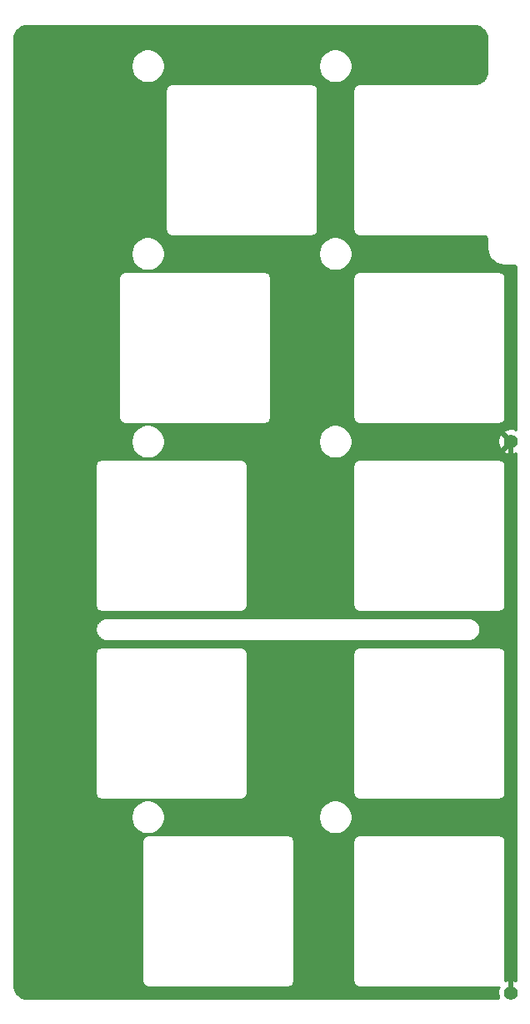
<source format=gbl>
G04 #@! TF.GenerationSoftware,KiCad,Pcbnew,(5.1.9)-1*
G04 #@! TF.CreationDate,2021-04-18T14:10:29+09:00*
G04 #@! TF.ProjectId,_____________,e6e135fa-7f28-4c8c-93d7-d7ecfcc82e6b,rev?*
G04 #@! TF.SameCoordinates,Original*
G04 #@! TF.FileFunction,Copper,L2,Bot*
G04 #@! TF.FilePolarity,Positive*
%FSLAX46Y46*%
G04 Gerber Fmt 4.6, Leading zero omitted, Abs format (unit mm)*
G04 Created by KiCad (PCBNEW (5.1.9)-1) date 2021-04-18 14:10:29*
%MOMM*%
%LPD*%
G01*
G04 APERTURE LIST*
G04 #@! TA.AperFunction,ComponentPad*
%ADD10C,1.400000*%
G04 #@! TD*
G04 #@! TA.AperFunction,Conductor*
%ADD11C,0.500000*%
G04 #@! TD*
G04 #@! TA.AperFunction,Conductor*
%ADD12C,0.254000*%
G04 #@! TD*
G04 #@! TA.AperFunction,Conductor*
%ADD13C,0.100000*%
G04 #@! TD*
G04 APERTURE END LIST*
D10*
X-1225000Y1225000D03*
X-1225000Y57150000D03*
D11*
X-1225000Y1225000D02*
X-1225000Y57150000D01*
D12*
X-4695218Y99286733D02*
X-4450145Y99212741D01*
X-4224110Y99092557D01*
X-4025719Y98930752D01*
X-3862540Y98733503D01*
X-3740780Y98508313D01*
X-3665076Y98263753D01*
X-3635000Y97977602D01*
X-3634999Y94808515D01*
X-3663267Y94520218D01*
X-3737259Y94275145D01*
X-3857446Y94049107D01*
X-4019246Y93850721D01*
X-4216497Y93687540D01*
X-4441690Y93565779D01*
X-4686247Y93490076D01*
X-4972398Y93460000D01*
X-16541353Y93460000D01*
X-16575000Y93463314D01*
X-16608647Y93460000D01*
X-16709283Y93450088D01*
X-16838406Y93410919D01*
X-16957407Y93347312D01*
X-17061711Y93261711D01*
X-17147312Y93157407D01*
X-17210919Y93038406D01*
X-17250088Y92909283D01*
X-17263314Y92775000D01*
X-17260000Y92741353D01*
X-17259999Y78708657D01*
X-17263314Y78675000D01*
X-17250088Y78540717D01*
X-17210919Y78411594D01*
X-17147312Y78292593D01*
X-17061711Y78188289D01*
X-16957407Y78102688D01*
X-16838406Y78039081D01*
X-16709283Y77999912D01*
X-16608647Y77990000D01*
X-16575000Y77986686D01*
X-16541353Y77990000D01*
X-3983505Y77990000D01*
X-3889453Y77980778D01*
X-3831214Y77963195D01*
X-3777499Y77934634D01*
X-3730354Y77896184D01*
X-3691576Y77849309D01*
X-3662642Y77795796D01*
X-3644651Y77737677D01*
X-3635000Y77645854D01*
X-3634999Y76691353D01*
X-3632113Y76662055D01*
X-3632156Y76655934D01*
X-3631223Y76646415D01*
X-3610822Y76452318D01*
X-3598339Y76391504D01*
X-3586705Y76330519D01*
X-3583941Y76321363D01*
X-3526229Y76134925D01*
X-3502182Y76077721D01*
X-3478913Y76020127D01*
X-3474423Y76011683D01*
X-3381598Y75840006D01*
X-3346878Y75788532D01*
X-3312883Y75736582D01*
X-3306839Y75729171D01*
X-3182435Y75578793D01*
X-3138362Y75535027D01*
X-3094943Y75490689D01*
X-3087574Y75484592D01*
X-2936332Y75361242D01*
X-2884603Y75326874D01*
X-2833392Y75291809D01*
X-2824984Y75287263D01*
X-2824980Y75287260D01*
X-2824976Y75287258D01*
X-2652657Y75195634D01*
X-2595261Y75171978D01*
X-2538193Y75147518D01*
X-2529056Y75144690D01*
X-2342220Y75088281D01*
X-2281310Y75076220D01*
X-2220591Y75063314D01*
X-2211079Y75062314D01*
X-2016845Y75043269D01*
X-2016837Y75043269D01*
X-1983647Y75040000D01*
X-1033505Y75040000D01*
X-939453Y75030778D01*
X-881214Y75013195D01*
X-827499Y74984634D01*
X-780354Y74946184D01*
X-741576Y74899309D01*
X-712642Y74845796D01*
X-694651Y74787677D01*
X-684999Y74695846D01*
X-684999Y58371173D01*
X-781242Y58415934D01*
X-1036740Y58478183D01*
X-1299473Y58489390D01*
X-1559344Y58449125D01*
X-1806366Y58358935D01*
X-1907203Y58305037D01*
X-1966664Y58071269D01*
X-1225000Y57329605D01*
X-1210858Y57343748D01*
X-1031253Y57164143D01*
X-1045395Y57150000D01*
X-1031253Y57135858D01*
X-1210858Y56956253D01*
X-1225000Y56970395D01*
X-1966664Y56228731D01*
X-1907203Y55994963D01*
X-1668758Y55884066D01*
X-1413260Y55821817D01*
X-1150527Y55810610D01*
X-890656Y55850875D01*
X-684999Y55925962D01*
X-685000Y2446173D01*
X-781242Y2490934D01*
X-1036740Y2553183D01*
X-1299473Y2564390D01*
X-1559344Y2524125D01*
X-1790147Y2439857D01*
X-1790000Y2441353D01*
X-1786686Y2475000D01*
X-1790000Y2508647D01*
X-1790000Y16541353D01*
X-1786686Y16575000D01*
X-1799912Y16709283D01*
X-1839081Y16838406D01*
X-1902688Y16957407D01*
X-1988289Y17061711D01*
X-2092593Y17147312D01*
X-2211594Y17210919D01*
X-2340717Y17250088D01*
X-2441353Y17260000D01*
X-2475000Y17263314D01*
X-2508647Y17260000D01*
X-16541353Y17260000D01*
X-16575000Y17263314D01*
X-16608647Y17260000D01*
X-16709283Y17250088D01*
X-16838406Y17210919D01*
X-16957407Y17147312D01*
X-17061711Y17061711D01*
X-17147312Y16957407D01*
X-17210919Y16838406D01*
X-17250088Y16709283D01*
X-17263314Y16575000D01*
X-17260000Y16541353D01*
X-17259999Y2508657D01*
X-17263314Y2475000D01*
X-17250088Y2340717D01*
X-17210919Y2211594D01*
X-17147312Y2092593D01*
X-17061711Y1988289D01*
X-16957407Y1902688D01*
X-16838406Y1839081D01*
X-16709283Y1799912D01*
X-16608647Y1790000D01*
X-16575000Y1786686D01*
X-16541353Y1790000D01*
X-2508647Y1790000D01*
X-2475000Y1786686D01*
X-2434219Y1790703D01*
X-2490934Y1668758D01*
X-2553183Y1413260D01*
X-2564390Y1150527D01*
X-2524125Y890656D01*
X-2449038Y685000D01*
X-50353995Y685000D01*
X-50642282Y713267D01*
X-50887355Y787259D01*
X-51113393Y907446D01*
X-51311779Y1069246D01*
X-51474960Y1266497D01*
X-51596721Y1491690D01*
X-51672424Y1736247D01*
X-51702500Y2022398D01*
X-51702500Y16575000D01*
X-38694564Y16575000D01*
X-38691250Y16541353D01*
X-38691249Y2508657D01*
X-38694564Y2475000D01*
X-38681338Y2340717D01*
X-38642169Y2211594D01*
X-38578562Y2092593D01*
X-38492961Y1988289D01*
X-38388657Y1902688D01*
X-38269656Y1839081D01*
X-38140533Y1799912D01*
X-38039897Y1790000D01*
X-38006250Y1786686D01*
X-37972603Y1790000D01*
X-23939897Y1790000D01*
X-23906250Y1786686D01*
X-23771967Y1799912D01*
X-23642844Y1839081D01*
X-23523843Y1902688D01*
X-23419539Y1988289D01*
X-23333938Y2092593D01*
X-23270331Y2211594D01*
X-23231162Y2340717D01*
X-23221250Y2441353D01*
X-23217936Y2475000D01*
X-23221250Y2508647D01*
X-23221250Y16541353D01*
X-23217936Y16575000D01*
X-23231162Y16709283D01*
X-23270331Y16838406D01*
X-23333938Y16957407D01*
X-23419539Y17061711D01*
X-23523843Y17147312D01*
X-23642844Y17210919D01*
X-23771967Y17250088D01*
X-23872603Y17260000D01*
X-23906250Y17263314D01*
X-23939897Y17260000D01*
X-37972603Y17260000D01*
X-38006250Y17263314D01*
X-38039897Y17260000D01*
X-38140533Y17250088D01*
X-38269656Y17210919D01*
X-38388657Y17147312D01*
X-38492961Y17061711D01*
X-38578562Y16957407D01*
X-38642169Y16838406D01*
X-38681338Y16709283D01*
X-38694564Y16575000D01*
X-51702500Y16575000D01*
X-51702500Y19220883D01*
X-39835000Y19220883D01*
X-39835000Y18879117D01*
X-39768325Y18543919D01*
X-39637537Y18228169D01*
X-39447663Y17944002D01*
X-39205998Y17702337D01*
X-38921831Y17512463D01*
X-38606081Y17381675D01*
X-38270883Y17315000D01*
X-37929117Y17315000D01*
X-37593919Y17381675D01*
X-37278169Y17512463D01*
X-36994002Y17702337D01*
X-36752337Y17944002D01*
X-36562463Y18228169D01*
X-36431675Y18543919D01*
X-36365000Y18879117D01*
X-36365000Y19220883D01*
X-20785000Y19220883D01*
X-20785000Y18879117D01*
X-20718325Y18543919D01*
X-20587537Y18228169D01*
X-20397663Y17944002D01*
X-20155998Y17702337D01*
X-19871831Y17512463D01*
X-19556081Y17381675D01*
X-19220883Y17315000D01*
X-18879117Y17315000D01*
X-18543919Y17381675D01*
X-18228169Y17512463D01*
X-17944002Y17702337D01*
X-17702337Y17944002D01*
X-17512463Y18228169D01*
X-17381675Y18543919D01*
X-17315000Y18879117D01*
X-17315000Y19220883D01*
X-17381675Y19556081D01*
X-17512463Y19871831D01*
X-17702337Y20155998D01*
X-17944002Y20397663D01*
X-18228169Y20587537D01*
X-18543919Y20718325D01*
X-18879117Y20785000D01*
X-19220883Y20785000D01*
X-19556081Y20718325D01*
X-19871831Y20587537D01*
X-20155998Y20397663D01*
X-20397663Y20155998D01*
X-20587537Y19871831D01*
X-20718325Y19556081D01*
X-20785000Y19220883D01*
X-36365000Y19220883D01*
X-36431675Y19556081D01*
X-36562463Y19871831D01*
X-36752337Y20155998D01*
X-36994002Y20397663D01*
X-37278169Y20587537D01*
X-37593919Y20718325D01*
X-37929117Y20785000D01*
X-38270883Y20785000D01*
X-38606081Y20718325D01*
X-38921831Y20587537D01*
X-39205998Y20397663D01*
X-39447663Y20155998D01*
X-39637537Y19871831D01*
X-39768325Y19556081D01*
X-39835000Y19220883D01*
X-51702500Y19220883D01*
X-51702500Y35625000D01*
X-43457064Y35625000D01*
X-43453750Y35591353D01*
X-43453749Y21558657D01*
X-43457064Y21525000D01*
X-43443838Y21390717D01*
X-43404669Y21261594D01*
X-43341062Y21142593D01*
X-43255461Y21038289D01*
X-43151157Y20952688D01*
X-43032156Y20889081D01*
X-42903033Y20849912D01*
X-42802397Y20840000D01*
X-42768750Y20836686D01*
X-42735103Y20840000D01*
X-28702397Y20840000D01*
X-28668750Y20836686D01*
X-28534467Y20849912D01*
X-28405344Y20889081D01*
X-28286343Y20952688D01*
X-28182039Y21038289D01*
X-28096438Y21142593D01*
X-28032831Y21261594D01*
X-27993662Y21390717D01*
X-27983750Y21491353D01*
X-27980436Y21525000D01*
X-27983750Y21558647D01*
X-27983750Y35591353D01*
X-27980436Y35625000D01*
X-17263314Y35625000D01*
X-17260000Y35591353D01*
X-17259999Y21558657D01*
X-17263314Y21525000D01*
X-17250088Y21390717D01*
X-17210919Y21261594D01*
X-17147312Y21142593D01*
X-17061711Y21038289D01*
X-16957407Y20952688D01*
X-16838406Y20889081D01*
X-16709283Y20849912D01*
X-16608647Y20840000D01*
X-16575000Y20836686D01*
X-16541353Y20840000D01*
X-2508647Y20840000D01*
X-2475000Y20836686D01*
X-2340717Y20849912D01*
X-2211594Y20889081D01*
X-2092593Y20952688D01*
X-1988289Y21038289D01*
X-1902688Y21142593D01*
X-1839081Y21261594D01*
X-1799912Y21390717D01*
X-1790000Y21491353D01*
X-1786686Y21525000D01*
X-1790000Y21558647D01*
X-1790000Y35591353D01*
X-1786686Y35625000D01*
X-1799912Y35759283D01*
X-1839081Y35888406D01*
X-1902688Y36007407D01*
X-1988289Y36111711D01*
X-2092593Y36197312D01*
X-2211594Y36260919D01*
X-2340717Y36300088D01*
X-2441353Y36310000D01*
X-2475000Y36313314D01*
X-2508647Y36310000D01*
X-16541353Y36310000D01*
X-16575000Y36313314D01*
X-16608647Y36310000D01*
X-16709283Y36300088D01*
X-16838406Y36260919D01*
X-16957407Y36197312D01*
X-17061711Y36111711D01*
X-17147312Y36007407D01*
X-17210919Y35888406D01*
X-17250088Y35759283D01*
X-17263314Y35625000D01*
X-27980436Y35625000D01*
X-27993662Y35759283D01*
X-28032831Y35888406D01*
X-28096438Y36007407D01*
X-28182039Y36111711D01*
X-28286343Y36197312D01*
X-28405344Y36260919D01*
X-28534467Y36300088D01*
X-28635103Y36310000D01*
X-28668750Y36313314D01*
X-28702397Y36310000D01*
X-42735103Y36310000D01*
X-42768750Y36313314D01*
X-42802397Y36310000D01*
X-42903033Y36300088D01*
X-43032156Y36260919D01*
X-43151157Y36197312D01*
X-43255461Y36111711D01*
X-43341062Y36007407D01*
X-43404669Y35888406D01*
X-43443838Y35759283D01*
X-43457064Y35625000D01*
X-51702500Y35625000D01*
X-51702500Y38158591D01*
X-43450919Y38158591D01*
X-43450485Y38096509D01*
X-43450919Y38034427D01*
X-43449986Y38024908D01*
X-43439786Y37927860D01*
X-43427295Y37867010D01*
X-43415668Y37806058D01*
X-43412905Y37796904D01*
X-43412903Y37796898D01*
X-43384048Y37703683D01*
X-43359996Y37646467D01*
X-43336730Y37588881D01*
X-43332240Y37580436D01*
X-43285827Y37494599D01*
X-43251112Y37443133D01*
X-43217114Y37391179D01*
X-43211070Y37383768D01*
X-43148868Y37308579D01*
X-43104820Y37264838D01*
X-43061381Y37220478D01*
X-43054011Y37214382D01*
X-43054006Y37214377D01*
X-43054000Y37214373D01*
X-42978390Y37152706D01*
X-42926709Y37118368D01*
X-42875444Y37083267D01*
X-42867031Y37078718D01*
X-42780870Y37032906D01*
X-42723454Y37009242D01*
X-42666411Y36984792D01*
X-42657275Y36981964D01*
X-42563857Y36953759D01*
X-42502937Y36941697D01*
X-42442220Y36928791D01*
X-42432708Y36927791D01*
X-42335591Y36918269D01*
X-42335587Y36918269D01*
X-42302397Y36915000D01*
X-5466353Y36915000D01*
X-5432665Y36918318D01*
X-5426178Y36918318D01*
X-5416666Y36919318D01*
X-5374539Y36924043D01*
X-5365717Y36924912D01*
X-5365086Y36925103D01*
X-5319691Y36930195D01*
X-5258995Y36943096D01*
X-5198058Y36955162D01*
X-5188921Y36957990D01*
X-5095906Y36987496D01*
X-5038805Y37011970D01*
X-4981442Y37035613D01*
X-4973029Y37040161D01*
X-4887516Y37087172D01*
X-4836301Y37122240D01*
X-4784573Y37156608D01*
X-4777211Y37162700D01*
X-4777207Y37162702D01*
X-4777204Y37162705D01*
X-4702452Y37225430D01*
X-4659015Y37269787D01*
X-4614963Y37313532D01*
X-4608918Y37320943D01*
X-4547772Y37396993D01*
X-4513764Y37448963D01*
X-4479059Y37500416D01*
X-4474568Y37508861D01*
X-4429358Y37595340D01*
X-4406106Y37652892D01*
X-4382043Y37710134D01*
X-4379279Y37719290D01*
X-4351727Y37812902D01*
X-4340092Y37873893D01*
X-4327609Y37934709D01*
X-4326675Y37944227D01*
X-4317831Y38041410D01*
X-4318265Y38103492D01*
X-4317831Y38165573D01*
X-4318764Y38175091D01*
X-4328964Y38272140D01*
X-4341453Y38332983D01*
X-4353082Y38393942D01*
X-4355846Y38403098D01*
X-4384702Y38496317D01*
X-4408768Y38553566D01*
X-4432021Y38611119D01*
X-4436511Y38619564D01*
X-4482923Y38705402D01*
X-4517650Y38756885D01*
X-4551636Y38808821D01*
X-4557680Y38816233D01*
X-4619882Y38891421D01*
X-4663949Y38935182D01*
X-4707370Y38979522D01*
X-4714739Y38985619D01*
X-4790360Y39047294D01*
X-4842041Y39081632D01*
X-4893306Y39116733D01*
X-4901719Y39121282D01*
X-4987880Y39167094D01*
X-5045296Y39190758D01*
X-5102339Y39215208D01*
X-5111475Y39218036D01*
X-5204893Y39246241D01*
X-5265805Y39258302D01*
X-5326529Y39271209D01*
X-5336041Y39272209D01*
X-5433159Y39281731D01*
X-5433163Y39281731D01*
X-5466353Y39285000D01*
X-42302397Y39285000D01*
X-42336085Y39281682D01*
X-42342572Y39281682D01*
X-42352084Y39280682D01*
X-42394211Y39275957D01*
X-42403033Y39275088D01*
X-42403664Y39274897D01*
X-42449059Y39269805D01*
X-42509762Y39256902D01*
X-42570692Y39244838D01*
X-42579829Y39242010D01*
X-42672844Y39212504D01*
X-42729933Y39188035D01*
X-42787308Y39164387D01*
X-42795722Y39159838D01*
X-42881234Y39112828D01*
X-42932476Y39077742D01*
X-42984177Y39043391D01*
X-42991539Y39037300D01*
X-42991543Y39037298D01*
X-42991546Y39037295D01*
X-43066298Y38974570D01*
X-43109719Y38930229D01*
X-43153787Y38886468D01*
X-43159832Y38879057D01*
X-43220978Y38803007D01*
X-43254976Y38751053D01*
X-43289691Y38699584D01*
X-43294182Y38691139D01*
X-43339392Y38604660D01*
X-43362637Y38547125D01*
X-43386707Y38489866D01*
X-43389471Y38480710D01*
X-43417023Y38387098D01*
X-43428656Y38326115D01*
X-43441141Y38265292D01*
X-43442075Y38255773D01*
X-43450919Y38158591D01*
X-51702500Y38158591D01*
X-51702500Y54675000D01*
X-43457064Y54675000D01*
X-43453750Y54641353D01*
X-43453749Y40608657D01*
X-43457064Y40575000D01*
X-43443838Y40440717D01*
X-43404669Y40311594D01*
X-43341062Y40192593D01*
X-43255461Y40088289D01*
X-43151157Y40002688D01*
X-43032156Y39939081D01*
X-42903033Y39899912D01*
X-42802397Y39890000D01*
X-42768750Y39886686D01*
X-42735103Y39890000D01*
X-28702397Y39890000D01*
X-28668750Y39886686D01*
X-28534467Y39899912D01*
X-28405344Y39939081D01*
X-28286343Y40002688D01*
X-28182039Y40088289D01*
X-28096438Y40192593D01*
X-28032831Y40311594D01*
X-27993662Y40440717D01*
X-27983750Y40541353D01*
X-27980436Y40575000D01*
X-27983750Y40608647D01*
X-27983750Y54641353D01*
X-27980436Y54675000D01*
X-17263314Y54675000D01*
X-17260000Y54641353D01*
X-17259999Y40608657D01*
X-17263314Y40575000D01*
X-17250088Y40440717D01*
X-17210919Y40311594D01*
X-17147312Y40192593D01*
X-17061711Y40088289D01*
X-16957407Y40002688D01*
X-16838406Y39939081D01*
X-16709283Y39899912D01*
X-16608647Y39890000D01*
X-16575000Y39886686D01*
X-16541353Y39890000D01*
X-2508647Y39890000D01*
X-2475000Y39886686D01*
X-2340717Y39899912D01*
X-2211594Y39939081D01*
X-2092593Y40002688D01*
X-1988289Y40088289D01*
X-1902688Y40192593D01*
X-1839081Y40311594D01*
X-1799912Y40440717D01*
X-1790000Y40541353D01*
X-1786686Y40575000D01*
X-1790000Y40608647D01*
X-1790000Y54641353D01*
X-1786686Y54675000D01*
X-1799912Y54809283D01*
X-1839081Y54938406D01*
X-1902688Y55057407D01*
X-1988289Y55161711D01*
X-2092593Y55247312D01*
X-2211594Y55310919D01*
X-2340717Y55350088D01*
X-2441353Y55360000D01*
X-2475000Y55363314D01*
X-2508647Y55360000D01*
X-16541353Y55360000D01*
X-16575000Y55363314D01*
X-16608647Y55360000D01*
X-16709283Y55350088D01*
X-16838406Y55310919D01*
X-16957407Y55247312D01*
X-17061711Y55161711D01*
X-17147312Y55057407D01*
X-17210919Y54938406D01*
X-17250088Y54809283D01*
X-17263314Y54675000D01*
X-27980436Y54675000D01*
X-27993662Y54809283D01*
X-28032831Y54938406D01*
X-28096438Y55057407D01*
X-28182039Y55161711D01*
X-28286343Y55247312D01*
X-28405344Y55310919D01*
X-28534467Y55350088D01*
X-28635103Y55360000D01*
X-28668750Y55363314D01*
X-28702397Y55360000D01*
X-42735103Y55360000D01*
X-42768750Y55363314D01*
X-42802397Y55360000D01*
X-42903033Y55350088D01*
X-43032156Y55310919D01*
X-43151157Y55247312D01*
X-43255461Y55161711D01*
X-43341062Y55057407D01*
X-43404669Y54938406D01*
X-43443838Y54809283D01*
X-43457064Y54675000D01*
X-51702500Y54675000D01*
X-51702500Y57320883D01*
X-39835000Y57320883D01*
X-39835000Y56979117D01*
X-39768325Y56643919D01*
X-39637537Y56328169D01*
X-39447663Y56044002D01*
X-39205998Y55802337D01*
X-38921831Y55612463D01*
X-38606081Y55481675D01*
X-38270883Y55415000D01*
X-37929117Y55415000D01*
X-37593919Y55481675D01*
X-37278169Y55612463D01*
X-36994002Y55802337D01*
X-36752337Y56044002D01*
X-36562463Y56328169D01*
X-36431675Y56643919D01*
X-36365000Y56979117D01*
X-36365000Y57320883D01*
X-20785000Y57320883D01*
X-20785000Y56979117D01*
X-20718325Y56643919D01*
X-20587537Y56328169D01*
X-20397663Y56044002D01*
X-20155998Y55802337D01*
X-19871831Y55612463D01*
X-19556081Y55481675D01*
X-19220883Y55415000D01*
X-18879117Y55415000D01*
X-18543919Y55481675D01*
X-18228169Y55612463D01*
X-17944002Y55802337D01*
X-17702337Y56044002D01*
X-17512463Y56328169D01*
X-17381675Y56643919D01*
X-17315000Y56979117D01*
X-17315000Y57075527D01*
X-2564390Y57075527D01*
X-2524125Y56815656D01*
X-2433935Y56568634D01*
X-2380037Y56467797D01*
X-2146269Y56408336D01*
X-1404605Y57150000D01*
X-2146269Y57891664D01*
X-2380037Y57832203D01*
X-2490934Y57593758D01*
X-2553183Y57338260D01*
X-2564390Y57075527D01*
X-17315000Y57075527D01*
X-17315000Y57320883D01*
X-17381675Y57656081D01*
X-17512463Y57971831D01*
X-17702337Y58255998D01*
X-17944002Y58497663D01*
X-18228169Y58687537D01*
X-18543919Y58818325D01*
X-18879117Y58885000D01*
X-19220883Y58885000D01*
X-19556081Y58818325D01*
X-19871831Y58687537D01*
X-20155998Y58497663D01*
X-20397663Y58255998D01*
X-20587537Y57971831D01*
X-20718325Y57656081D01*
X-20785000Y57320883D01*
X-36365000Y57320883D01*
X-36431675Y57656081D01*
X-36562463Y57971831D01*
X-36752337Y58255998D01*
X-36994002Y58497663D01*
X-37278169Y58687537D01*
X-37593919Y58818325D01*
X-37929117Y58885000D01*
X-38270883Y58885000D01*
X-38606081Y58818325D01*
X-38921831Y58687537D01*
X-39205998Y58497663D01*
X-39447663Y58255998D01*
X-39637537Y57971831D01*
X-39768325Y57656081D01*
X-39835000Y57320883D01*
X-51702500Y57320883D01*
X-51702500Y73725000D01*
X-41075814Y73725000D01*
X-41072500Y73691353D01*
X-41072499Y59658657D01*
X-41075814Y59625000D01*
X-41062588Y59490717D01*
X-41023419Y59361594D01*
X-40959812Y59242593D01*
X-40874211Y59138289D01*
X-40769907Y59052688D01*
X-40650906Y58989081D01*
X-40521783Y58949912D01*
X-40421147Y58940000D01*
X-40387500Y58936686D01*
X-40353853Y58940000D01*
X-26321147Y58940000D01*
X-26287500Y58936686D01*
X-26153217Y58949912D01*
X-26024094Y58989081D01*
X-25905093Y59052688D01*
X-25800789Y59138289D01*
X-25715188Y59242593D01*
X-25651581Y59361594D01*
X-25612412Y59490717D01*
X-25602500Y59591353D01*
X-25599186Y59625000D01*
X-25602500Y59658647D01*
X-25602500Y73691353D01*
X-25599186Y73725000D01*
X-17263314Y73725000D01*
X-17260000Y73691353D01*
X-17259999Y59658657D01*
X-17263314Y59625000D01*
X-17250088Y59490717D01*
X-17210919Y59361594D01*
X-17147312Y59242593D01*
X-17061711Y59138289D01*
X-16957407Y59052688D01*
X-16838406Y58989081D01*
X-16709283Y58949912D01*
X-16608647Y58940000D01*
X-16575000Y58936686D01*
X-16541353Y58940000D01*
X-2508647Y58940000D01*
X-2475000Y58936686D01*
X-2340717Y58949912D01*
X-2211594Y58989081D01*
X-2092593Y59052688D01*
X-1988289Y59138289D01*
X-1902688Y59242593D01*
X-1839081Y59361594D01*
X-1799912Y59490717D01*
X-1790000Y59591353D01*
X-1786686Y59625000D01*
X-1790000Y59658647D01*
X-1790000Y73691353D01*
X-1786686Y73725000D01*
X-1799912Y73859283D01*
X-1839081Y73988406D01*
X-1902688Y74107407D01*
X-1988289Y74211711D01*
X-2092593Y74297312D01*
X-2211594Y74360919D01*
X-2340717Y74400088D01*
X-2441353Y74410000D01*
X-2475000Y74413314D01*
X-2508647Y74410000D01*
X-16541353Y74410000D01*
X-16575000Y74413314D01*
X-16608647Y74410000D01*
X-16709283Y74400088D01*
X-16838406Y74360919D01*
X-16957407Y74297312D01*
X-17061711Y74211711D01*
X-17147312Y74107407D01*
X-17210919Y73988406D01*
X-17250088Y73859283D01*
X-17263314Y73725000D01*
X-25599186Y73725000D01*
X-25612412Y73859283D01*
X-25651581Y73988406D01*
X-25715188Y74107407D01*
X-25800789Y74211711D01*
X-25905093Y74297312D01*
X-26024094Y74360919D01*
X-26153217Y74400088D01*
X-26253853Y74410000D01*
X-26287500Y74413314D01*
X-26321147Y74410000D01*
X-40353853Y74410000D01*
X-40387500Y74413314D01*
X-40421147Y74410000D01*
X-40521783Y74400088D01*
X-40650906Y74360919D01*
X-40769907Y74297312D01*
X-40874211Y74211711D01*
X-40959812Y74107407D01*
X-41023419Y73988406D01*
X-41062588Y73859283D01*
X-41075814Y73725000D01*
X-51702500Y73725000D01*
X-51702500Y76370883D01*
X-39835000Y76370883D01*
X-39835000Y76029117D01*
X-39768325Y75693919D01*
X-39637537Y75378169D01*
X-39447663Y75094002D01*
X-39205998Y74852337D01*
X-38921831Y74662463D01*
X-38606081Y74531675D01*
X-38270883Y74465000D01*
X-37929117Y74465000D01*
X-37593919Y74531675D01*
X-37278169Y74662463D01*
X-36994002Y74852337D01*
X-36752337Y75094002D01*
X-36562463Y75378169D01*
X-36431675Y75693919D01*
X-36365000Y76029117D01*
X-36365000Y76370883D01*
X-20785000Y76370883D01*
X-20785000Y76029117D01*
X-20718325Y75693919D01*
X-20587537Y75378169D01*
X-20397663Y75094002D01*
X-20155998Y74852337D01*
X-19871831Y74662463D01*
X-19556081Y74531675D01*
X-19220883Y74465000D01*
X-18879117Y74465000D01*
X-18543919Y74531675D01*
X-18228169Y74662463D01*
X-17944002Y74852337D01*
X-17702337Y75094002D01*
X-17512463Y75378169D01*
X-17381675Y75693919D01*
X-17315000Y76029117D01*
X-17315000Y76370883D01*
X-17381675Y76706081D01*
X-17512463Y77021831D01*
X-17702337Y77305998D01*
X-17944002Y77547663D01*
X-18228169Y77737537D01*
X-18543919Y77868325D01*
X-18879117Y77935000D01*
X-19220883Y77935000D01*
X-19556081Y77868325D01*
X-19871831Y77737537D01*
X-20155998Y77547663D01*
X-20397663Y77305998D01*
X-20587537Y77021831D01*
X-20718325Y76706081D01*
X-20785000Y76370883D01*
X-36365000Y76370883D01*
X-36431675Y76706081D01*
X-36562463Y77021831D01*
X-36752337Y77305998D01*
X-36994002Y77547663D01*
X-37278169Y77737537D01*
X-37593919Y77868325D01*
X-37929117Y77935000D01*
X-38270883Y77935000D01*
X-38606081Y77868325D01*
X-38921831Y77737537D01*
X-39205998Y77547663D01*
X-39447663Y77305998D01*
X-39637537Y77021831D01*
X-39768325Y76706081D01*
X-39835000Y76370883D01*
X-51702500Y76370883D01*
X-51702500Y92775000D01*
X-36313314Y92775000D01*
X-36310000Y92741353D01*
X-36309999Y78708657D01*
X-36313314Y78675000D01*
X-36300088Y78540717D01*
X-36260919Y78411594D01*
X-36197312Y78292593D01*
X-36111711Y78188289D01*
X-36007407Y78102688D01*
X-35888406Y78039081D01*
X-35759283Y77999912D01*
X-35658647Y77990000D01*
X-35625000Y77986686D01*
X-35591353Y77990000D01*
X-21558647Y77990000D01*
X-21525000Y77986686D01*
X-21390717Y77999912D01*
X-21261594Y78039081D01*
X-21142593Y78102688D01*
X-21038289Y78188289D01*
X-20952688Y78292593D01*
X-20889081Y78411594D01*
X-20849912Y78540717D01*
X-20840000Y78641353D01*
X-20836686Y78675000D01*
X-20840000Y78708647D01*
X-20840000Y92741353D01*
X-20836686Y92775000D01*
X-20849912Y92909283D01*
X-20889081Y93038406D01*
X-20952688Y93157407D01*
X-21038289Y93261711D01*
X-21142593Y93347312D01*
X-21261594Y93410919D01*
X-21390717Y93450088D01*
X-21491353Y93460000D01*
X-21525000Y93463314D01*
X-21558647Y93460000D01*
X-35591353Y93460000D01*
X-35625000Y93463314D01*
X-35658647Y93460000D01*
X-35759283Y93450088D01*
X-35888406Y93410919D01*
X-36007407Y93347312D01*
X-36111711Y93261711D01*
X-36197312Y93157407D01*
X-36260919Y93038406D01*
X-36300088Y92909283D01*
X-36313314Y92775000D01*
X-51702500Y92775000D01*
X-51702500Y95420883D01*
X-39835000Y95420883D01*
X-39835000Y95079117D01*
X-39768325Y94743919D01*
X-39637537Y94428169D01*
X-39447663Y94144002D01*
X-39205998Y93902337D01*
X-38921831Y93712463D01*
X-38606081Y93581675D01*
X-38270883Y93515000D01*
X-37929117Y93515000D01*
X-37593919Y93581675D01*
X-37278169Y93712463D01*
X-36994002Y93902337D01*
X-36752337Y94144002D01*
X-36562463Y94428169D01*
X-36431675Y94743919D01*
X-36365000Y95079117D01*
X-36365000Y95420883D01*
X-20785000Y95420883D01*
X-20785000Y95079117D01*
X-20718325Y94743919D01*
X-20587537Y94428169D01*
X-20397663Y94144002D01*
X-20155998Y93902337D01*
X-19871831Y93712463D01*
X-19556081Y93581675D01*
X-19220883Y93515000D01*
X-18879117Y93515000D01*
X-18543919Y93581675D01*
X-18228169Y93712463D01*
X-17944002Y93902337D01*
X-17702337Y94144002D01*
X-17512463Y94428169D01*
X-17381675Y94743919D01*
X-17315000Y95079117D01*
X-17315000Y95420883D01*
X-17381675Y95756081D01*
X-17512463Y96071831D01*
X-17702337Y96355998D01*
X-17944002Y96597663D01*
X-18228169Y96787537D01*
X-18543919Y96918325D01*
X-18879117Y96985000D01*
X-19220883Y96985000D01*
X-19556081Y96918325D01*
X-19871831Y96787537D01*
X-20155998Y96597663D01*
X-20397663Y96355998D01*
X-20587537Y96071831D01*
X-20718325Y95756081D01*
X-20785000Y95420883D01*
X-36365000Y95420883D01*
X-36431675Y95756081D01*
X-36562463Y96071831D01*
X-36752337Y96355998D01*
X-36994002Y96597663D01*
X-37278169Y96787537D01*
X-37593919Y96918325D01*
X-37929117Y96985000D01*
X-38270883Y96985000D01*
X-38606081Y96918325D01*
X-38921831Y96787537D01*
X-39205998Y96597663D01*
X-39447663Y96355998D01*
X-39637537Y96071831D01*
X-39768325Y95756081D01*
X-39835000Y95420883D01*
X-51702500Y95420883D01*
X-51702500Y97966495D01*
X-51674233Y98254782D01*
X-51600241Y98499855D01*
X-51480057Y98725890D01*
X-51318252Y98924281D01*
X-51121003Y99087460D01*
X-50895813Y99209220D01*
X-50651253Y99284924D01*
X-50365102Y99315000D01*
X-4983505Y99315000D01*
X-4695218Y99286733D01*
G04 #@! TA.AperFunction,Conductor*
D13*
G36*
X-4695218Y99286733D02*
G01*
X-4450145Y99212741D01*
X-4224110Y99092557D01*
X-4025719Y98930752D01*
X-3862540Y98733503D01*
X-3740780Y98508313D01*
X-3665076Y98263753D01*
X-3635000Y97977602D01*
X-3634999Y94808515D01*
X-3663267Y94520218D01*
X-3737259Y94275145D01*
X-3857446Y94049107D01*
X-4019246Y93850721D01*
X-4216497Y93687540D01*
X-4441690Y93565779D01*
X-4686247Y93490076D01*
X-4972398Y93460000D01*
X-16541353Y93460000D01*
X-16575000Y93463314D01*
X-16608647Y93460000D01*
X-16709283Y93450088D01*
X-16838406Y93410919D01*
X-16957407Y93347312D01*
X-17061711Y93261711D01*
X-17147312Y93157407D01*
X-17210919Y93038406D01*
X-17250088Y92909283D01*
X-17263314Y92775000D01*
X-17260000Y92741353D01*
X-17259999Y78708657D01*
X-17263314Y78675000D01*
X-17250088Y78540717D01*
X-17210919Y78411594D01*
X-17147312Y78292593D01*
X-17061711Y78188289D01*
X-16957407Y78102688D01*
X-16838406Y78039081D01*
X-16709283Y77999912D01*
X-16608647Y77990000D01*
X-16575000Y77986686D01*
X-16541353Y77990000D01*
X-3983505Y77990000D01*
X-3889453Y77980778D01*
X-3831214Y77963195D01*
X-3777499Y77934634D01*
X-3730354Y77896184D01*
X-3691576Y77849309D01*
X-3662642Y77795796D01*
X-3644651Y77737677D01*
X-3635000Y77645854D01*
X-3634999Y76691353D01*
X-3632113Y76662055D01*
X-3632156Y76655934D01*
X-3631223Y76646415D01*
X-3610822Y76452318D01*
X-3598339Y76391504D01*
X-3586705Y76330519D01*
X-3583941Y76321363D01*
X-3526229Y76134925D01*
X-3502182Y76077721D01*
X-3478913Y76020127D01*
X-3474423Y76011683D01*
X-3381598Y75840006D01*
X-3346878Y75788532D01*
X-3312883Y75736582D01*
X-3306839Y75729171D01*
X-3182435Y75578793D01*
X-3138362Y75535027D01*
X-3094943Y75490689D01*
X-3087574Y75484592D01*
X-2936332Y75361242D01*
X-2884603Y75326874D01*
X-2833392Y75291809D01*
X-2824984Y75287263D01*
X-2824980Y75287260D01*
X-2824976Y75287258D01*
X-2652657Y75195634D01*
X-2595261Y75171978D01*
X-2538193Y75147518D01*
X-2529056Y75144690D01*
X-2342220Y75088281D01*
X-2281310Y75076220D01*
X-2220591Y75063314D01*
X-2211079Y75062314D01*
X-2016845Y75043269D01*
X-2016837Y75043269D01*
X-1983647Y75040000D01*
X-1033505Y75040000D01*
X-939453Y75030778D01*
X-881214Y75013195D01*
X-827499Y74984634D01*
X-780354Y74946184D01*
X-741576Y74899309D01*
X-712642Y74845796D01*
X-694651Y74787677D01*
X-684999Y74695846D01*
X-684999Y58371173D01*
X-781242Y58415934D01*
X-1036740Y58478183D01*
X-1299473Y58489390D01*
X-1559344Y58449125D01*
X-1806366Y58358935D01*
X-1907203Y58305037D01*
X-1966664Y58071269D01*
X-1225000Y57329605D01*
X-1210858Y57343748D01*
X-1031253Y57164143D01*
X-1045395Y57150000D01*
X-1031253Y57135858D01*
X-1210858Y56956253D01*
X-1225000Y56970395D01*
X-1966664Y56228731D01*
X-1907203Y55994963D01*
X-1668758Y55884066D01*
X-1413260Y55821817D01*
X-1150527Y55810610D01*
X-890656Y55850875D01*
X-684999Y55925962D01*
X-685000Y2446173D01*
X-781242Y2490934D01*
X-1036740Y2553183D01*
X-1299473Y2564390D01*
X-1559344Y2524125D01*
X-1790147Y2439857D01*
X-1790000Y2441353D01*
X-1786686Y2475000D01*
X-1790000Y2508647D01*
X-1790000Y16541353D01*
X-1786686Y16575000D01*
X-1799912Y16709283D01*
X-1839081Y16838406D01*
X-1902688Y16957407D01*
X-1988289Y17061711D01*
X-2092593Y17147312D01*
X-2211594Y17210919D01*
X-2340717Y17250088D01*
X-2441353Y17260000D01*
X-2475000Y17263314D01*
X-2508647Y17260000D01*
X-16541353Y17260000D01*
X-16575000Y17263314D01*
X-16608647Y17260000D01*
X-16709283Y17250088D01*
X-16838406Y17210919D01*
X-16957407Y17147312D01*
X-17061711Y17061711D01*
X-17147312Y16957407D01*
X-17210919Y16838406D01*
X-17250088Y16709283D01*
X-17263314Y16575000D01*
X-17260000Y16541353D01*
X-17259999Y2508657D01*
X-17263314Y2475000D01*
X-17250088Y2340717D01*
X-17210919Y2211594D01*
X-17147312Y2092593D01*
X-17061711Y1988289D01*
X-16957407Y1902688D01*
X-16838406Y1839081D01*
X-16709283Y1799912D01*
X-16608647Y1790000D01*
X-16575000Y1786686D01*
X-16541353Y1790000D01*
X-2508647Y1790000D01*
X-2475000Y1786686D01*
X-2434219Y1790703D01*
X-2490934Y1668758D01*
X-2553183Y1413260D01*
X-2564390Y1150527D01*
X-2524125Y890656D01*
X-2449038Y685000D01*
X-50353995Y685000D01*
X-50642282Y713267D01*
X-50887355Y787259D01*
X-51113393Y907446D01*
X-51311779Y1069246D01*
X-51474960Y1266497D01*
X-51596721Y1491690D01*
X-51672424Y1736247D01*
X-51702500Y2022398D01*
X-51702500Y16575000D01*
X-38694564Y16575000D01*
X-38691250Y16541353D01*
X-38691249Y2508657D01*
X-38694564Y2475000D01*
X-38681338Y2340717D01*
X-38642169Y2211594D01*
X-38578562Y2092593D01*
X-38492961Y1988289D01*
X-38388657Y1902688D01*
X-38269656Y1839081D01*
X-38140533Y1799912D01*
X-38039897Y1790000D01*
X-38006250Y1786686D01*
X-37972603Y1790000D01*
X-23939897Y1790000D01*
X-23906250Y1786686D01*
X-23771967Y1799912D01*
X-23642844Y1839081D01*
X-23523843Y1902688D01*
X-23419539Y1988289D01*
X-23333938Y2092593D01*
X-23270331Y2211594D01*
X-23231162Y2340717D01*
X-23221250Y2441353D01*
X-23217936Y2475000D01*
X-23221250Y2508647D01*
X-23221250Y16541353D01*
X-23217936Y16575000D01*
X-23231162Y16709283D01*
X-23270331Y16838406D01*
X-23333938Y16957407D01*
X-23419539Y17061711D01*
X-23523843Y17147312D01*
X-23642844Y17210919D01*
X-23771967Y17250088D01*
X-23872603Y17260000D01*
X-23906250Y17263314D01*
X-23939897Y17260000D01*
X-37972603Y17260000D01*
X-38006250Y17263314D01*
X-38039897Y17260000D01*
X-38140533Y17250088D01*
X-38269656Y17210919D01*
X-38388657Y17147312D01*
X-38492961Y17061711D01*
X-38578562Y16957407D01*
X-38642169Y16838406D01*
X-38681338Y16709283D01*
X-38694564Y16575000D01*
X-51702500Y16575000D01*
X-51702500Y19220883D01*
X-39835000Y19220883D01*
X-39835000Y18879117D01*
X-39768325Y18543919D01*
X-39637537Y18228169D01*
X-39447663Y17944002D01*
X-39205998Y17702337D01*
X-38921831Y17512463D01*
X-38606081Y17381675D01*
X-38270883Y17315000D01*
X-37929117Y17315000D01*
X-37593919Y17381675D01*
X-37278169Y17512463D01*
X-36994002Y17702337D01*
X-36752337Y17944002D01*
X-36562463Y18228169D01*
X-36431675Y18543919D01*
X-36365000Y18879117D01*
X-36365000Y19220883D01*
X-20785000Y19220883D01*
X-20785000Y18879117D01*
X-20718325Y18543919D01*
X-20587537Y18228169D01*
X-20397663Y17944002D01*
X-20155998Y17702337D01*
X-19871831Y17512463D01*
X-19556081Y17381675D01*
X-19220883Y17315000D01*
X-18879117Y17315000D01*
X-18543919Y17381675D01*
X-18228169Y17512463D01*
X-17944002Y17702337D01*
X-17702337Y17944002D01*
X-17512463Y18228169D01*
X-17381675Y18543919D01*
X-17315000Y18879117D01*
X-17315000Y19220883D01*
X-17381675Y19556081D01*
X-17512463Y19871831D01*
X-17702337Y20155998D01*
X-17944002Y20397663D01*
X-18228169Y20587537D01*
X-18543919Y20718325D01*
X-18879117Y20785000D01*
X-19220883Y20785000D01*
X-19556081Y20718325D01*
X-19871831Y20587537D01*
X-20155998Y20397663D01*
X-20397663Y20155998D01*
X-20587537Y19871831D01*
X-20718325Y19556081D01*
X-20785000Y19220883D01*
X-36365000Y19220883D01*
X-36431675Y19556081D01*
X-36562463Y19871831D01*
X-36752337Y20155998D01*
X-36994002Y20397663D01*
X-37278169Y20587537D01*
X-37593919Y20718325D01*
X-37929117Y20785000D01*
X-38270883Y20785000D01*
X-38606081Y20718325D01*
X-38921831Y20587537D01*
X-39205998Y20397663D01*
X-39447663Y20155998D01*
X-39637537Y19871831D01*
X-39768325Y19556081D01*
X-39835000Y19220883D01*
X-51702500Y19220883D01*
X-51702500Y35625000D01*
X-43457064Y35625000D01*
X-43453750Y35591353D01*
X-43453749Y21558657D01*
X-43457064Y21525000D01*
X-43443838Y21390717D01*
X-43404669Y21261594D01*
X-43341062Y21142593D01*
X-43255461Y21038289D01*
X-43151157Y20952688D01*
X-43032156Y20889081D01*
X-42903033Y20849912D01*
X-42802397Y20840000D01*
X-42768750Y20836686D01*
X-42735103Y20840000D01*
X-28702397Y20840000D01*
X-28668750Y20836686D01*
X-28534467Y20849912D01*
X-28405344Y20889081D01*
X-28286343Y20952688D01*
X-28182039Y21038289D01*
X-28096438Y21142593D01*
X-28032831Y21261594D01*
X-27993662Y21390717D01*
X-27983750Y21491353D01*
X-27980436Y21525000D01*
X-27983750Y21558647D01*
X-27983750Y35591353D01*
X-27980436Y35625000D01*
X-17263314Y35625000D01*
X-17260000Y35591353D01*
X-17259999Y21558657D01*
X-17263314Y21525000D01*
X-17250088Y21390717D01*
X-17210919Y21261594D01*
X-17147312Y21142593D01*
X-17061711Y21038289D01*
X-16957407Y20952688D01*
X-16838406Y20889081D01*
X-16709283Y20849912D01*
X-16608647Y20840000D01*
X-16575000Y20836686D01*
X-16541353Y20840000D01*
X-2508647Y20840000D01*
X-2475000Y20836686D01*
X-2340717Y20849912D01*
X-2211594Y20889081D01*
X-2092593Y20952688D01*
X-1988289Y21038289D01*
X-1902688Y21142593D01*
X-1839081Y21261594D01*
X-1799912Y21390717D01*
X-1790000Y21491353D01*
X-1786686Y21525000D01*
X-1790000Y21558647D01*
X-1790000Y35591353D01*
X-1786686Y35625000D01*
X-1799912Y35759283D01*
X-1839081Y35888406D01*
X-1902688Y36007407D01*
X-1988289Y36111711D01*
X-2092593Y36197312D01*
X-2211594Y36260919D01*
X-2340717Y36300088D01*
X-2441353Y36310000D01*
X-2475000Y36313314D01*
X-2508647Y36310000D01*
X-16541353Y36310000D01*
X-16575000Y36313314D01*
X-16608647Y36310000D01*
X-16709283Y36300088D01*
X-16838406Y36260919D01*
X-16957407Y36197312D01*
X-17061711Y36111711D01*
X-17147312Y36007407D01*
X-17210919Y35888406D01*
X-17250088Y35759283D01*
X-17263314Y35625000D01*
X-27980436Y35625000D01*
X-27993662Y35759283D01*
X-28032831Y35888406D01*
X-28096438Y36007407D01*
X-28182039Y36111711D01*
X-28286343Y36197312D01*
X-28405344Y36260919D01*
X-28534467Y36300088D01*
X-28635103Y36310000D01*
X-28668750Y36313314D01*
X-28702397Y36310000D01*
X-42735103Y36310000D01*
X-42768750Y36313314D01*
X-42802397Y36310000D01*
X-42903033Y36300088D01*
X-43032156Y36260919D01*
X-43151157Y36197312D01*
X-43255461Y36111711D01*
X-43341062Y36007407D01*
X-43404669Y35888406D01*
X-43443838Y35759283D01*
X-43457064Y35625000D01*
X-51702500Y35625000D01*
X-51702500Y38158591D01*
X-43450919Y38158591D01*
X-43450485Y38096509D01*
X-43450919Y38034427D01*
X-43449986Y38024908D01*
X-43439786Y37927860D01*
X-43427295Y37867010D01*
X-43415668Y37806058D01*
X-43412905Y37796904D01*
X-43412903Y37796898D01*
X-43384048Y37703683D01*
X-43359996Y37646467D01*
X-43336730Y37588881D01*
X-43332240Y37580436D01*
X-43285827Y37494599D01*
X-43251112Y37443133D01*
X-43217114Y37391179D01*
X-43211070Y37383768D01*
X-43148868Y37308579D01*
X-43104820Y37264838D01*
X-43061381Y37220478D01*
X-43054011Y37214382D01*
X-43054006Y37214377D01*
X-43054000Y37214373D01*
X-42978390Y37152706D01*
X-42926709Y37118368D01*
X-42875444Y37083267D01*
X-42867031Y37078718D01*
X-42780870Y37032906D01*
X-42723454Y37009242D01*
X-42666411Y36984792D01*
X-42657275Y36981964D01*
X-42563857Y36953759D01*
X-42502937Y36941697D01*
X-42442220Y36928791D01*
X-42432708Y36927791D01*
X-42335591Y36918269D01*
X-42335587Y36918269D01*
X-42302397Y36915000D01*
X-5466353Y36915000D01*
X-5432665Y36918318D01*
X-5426178Y36918318D01*
X-5416666Y36919318D01*
X-5374539Y36924043D01*
X-5365717Y36924912D01*
X-5365086Y36925103D01*
X-5319691Y36930195D01*
X-5258995Y36943096D01*
X-5198058Y36955162D01*
X-5188921Y36957990D01*
X-5095906Y36987496D01*
X-5038805Y37011970D01*
X-4981442Y37035613D01*
X-4973029Y37040161D01*
X-4887516Y37087172D01*
X-4836301Y37122240D01*
X-4784573Y37156608D01*
X-4777211Y37162700D01*
X-4777207Y37162702D01*
X-4777204Y37162705D01*
X-4702452Y37225430D01*
X-4659015Y37269787D01*
X-4614963Y37313532D01*
X-4608918Y37320943D01*
X-4547772Y37396993D01*
X-4513764Y37448963D01*
X-4479059Y37500416D01*
X-4474568Y37508861D01*
X-4429358Y37595340D01*
X-4406106Y37652892D01*
X-4382043Y37710134D01*
X-4379279Y37719290D01*
X-4351727Y37812902D01*
X-4340092Y37873893D01*
X-4327609Y37934709D01*
X-4326675Y37944227D01*
X-4317831Y38041410D01*
X-4318265Y38103492D01*
X-4317831Y38165573D01*
X-4318764Y38175091D01*
X-4328964Y38272140D01*
X-4341453Y38332983D01*
X-4353082Y38393942D01*
X-4355846Y38403098D01*
X-4384702Y38496317D01*
X-4408768Y38553566D01*
X-4432021Y38611119D01*
X-4436511Y38619564D01*
X-4482923Y38705402D01*
X-4517650Y38756885D01*
X-4551636Y38808821D01*
X-4557680Y38816233D01*
X-4619882Y38891421D01*
X-4663949Y38935182D01*
X-4707370Y38979522D01*
X-4714739Y38985619D01*
X-4790360Y39047294D01*
X-4842041Y39081632D01*
X-4893306Y39116733D01*
X-4901719Y39121282D01*
X-4987880Y39167094D01*
X-5045296Y39190758D01*
X-5102339Y39215208D01*
X-5111475Y39218036D01*
X-5204893Y39246241D01*
X-5265805Y39258302D01*
X-5326529Y39271209D01*
X-5336041Y39272209D01*
X-5433159Y39281731D01*
X-5433163Y39281731D01*
X-5466353Y39285000D01*
X-42302397Y39285000D01*
X-42336085Y39281682D01*
X-42342572Y39281682D01*
X-42352084Y39280682D01*
X-42394211Y39275957D01*
X-42403033Y39275088D01*
X-42403664Y39274897D01*
X-42449059Y39269805D01*
X-42509762Y39256902D01*
X-42570692Y39244838D01*
X-42579829Y39242010D01*
X-42672844Y39212504D01*
X-42729933Y39188035D01*
X-42787308Y39164387D01*
X-42795722Y39159838D01*
X-42881234Y39112828D01*
X-42932476Y39077742D01*
X-42984177Y39043391D01*
X-42991539Y39037300D01*
X-42991543Y39037298D01*
X-42991546Y39037295D01*
X-43066298Y38974570D01*
X-43109719Y38930229D01*
X-43153787Y38886468D01*
X-43159832Y38879057D01*
X-43220978Y38803007D01*
X-43254976Y38751053D01*
X-43289691Y38699584D01*
X-43294182Y38691139D01*
X-43339392Y38604660D01*
X-43362637Y38547125D01*
X-43386707Y38489866D01*
X-43389471Y38480710D01*
X-43417023Y38387098D01*
X-43428656Y38326115D01*
X-43441141Y38265292D01*
X-43442075Y38255773D01*
X-43450919Y38158591D01*
X-51702500Y38158591D01*
X-51702500Y54675000D01*
X-43457064Y54675000D01*
X-43453750Y54641353D01*
X-43453749Y40608657D01*
X-43457064Y40575000D01*
X-43443838Y40440717D01*
X-43404669Y40311594D01*
X-43341062Y40192593D01*
X-43255461Y40088289D01*
X-43151157Y40002688D01*
X-43032156Y39939081D01*
X-42903033Y39899912D01*
X-42802397Y39890000D01*
X-42768750Y39886686D01*
X-42735103Y39890000D01*
X-28702397Y39890000D01*
X-28668750Y39886686D01*
X-28534467Y39899912D01*
X-28405344Y39939081D01*
X-28286343Y40002688D01*
X-28182039Y40088289D01*
X-28096438Y40192593D01*
X-28032831Y40311594D01*
X-27993662Y40440717D01*
X-27983750Y40541353D01*
X-27980436Y40575000D01*
X-27983750Y40608647D01*
X-27983750Y54641353D01*
X-27980436Y54675000D01*
X-17263314Y54675000D01*
X-17260000Y54641353D01*
X-17259999Y40608657D01*
X-17263314Y40575000D01*
X-17250088Y40440717D01*
X-17210919Y40311594D01*
X-17147312Y40192593D01*
X-17061711Y40088289D01*
X-16957407Y40002688D01*
X-16838406Y39939081D01*
X-16709283Y39899912D01*
X-16608647Y39890000D01*
X-16575000Y39886686D01*
X-16541353Y39890000D01*
X-2508647Y39890000D01*
X-2475000Y39886686D01*
X-2340717Y39899912D01*
X-2211594Y39939081D01*
X-2092593Y40002688D01*
X-1988289Y40088289D01*
X-1902688Y40192593D01*
X-1839081Y40311594D01*
X-1799912Y40440717D01*
X-1790000Y40541353D01*
X-1786686Y40575000D01*
X-1790000Y40608647D01*
X-1790000Y54641353D01*
X-1786686Y54675000D01*
X-1799912Y54809283D01*
X-1839081Y54938406D01*
X-1902688Y55057407D01*
X-1988289Y55161711D01*
X-2092593Y55247312D01*
X-2211594Y55310919D01*
X-2340717Y55350088D01*
X-2441353Y55360000D01*
X-2475000Y55363314D01*
X-2508647Y55360000D01*
X-16541353Y55360000D01*
X-16575000Y55363314D01*
X-16608647Y55360000D01*
X-16709283Y55350088D01*
X-16838406Y55310919D01*
X-16957407Y55247312D01*
X-17061711Y55161711D01*
X-17147312Y55057407D01*
X-17210919Y54938406D01*
X-17250088Y54809283D01*
X-17263314Y54675000D01*
X-27980436Y54675000D01*
X-27993662Y54809283D01*
X-28032831Y54938406D01*
X-28096438Y55057407D01*
X-28182039Y55161711D01*
X-28286343Y55247312D01*
X-28405344Y55310919D01*
X-28534467Y55350088D01*
X-28635103Y55360000D01*
X-28668750Y55363314D01*
X-28702397Y55360000D01*
X-42735103Y55360000D01*
X-42768750Y55363314D01*
X-42802397Y55360000D01*
X-42903033Y55350088D01*
X-43032156Y55310919D01*
X-43151157Y55247312D01*
X-43255461Y55161711D01*
X-43341062Y55057407D01*
X-43404669Y54938406D01*
X-43443838Y54809283D01*
X-43457064Y54675000D01*
X-51702500Y54675000D01*
X-51702500Y57320883D01*
X-39835000Y57320883D01*
X-39835000Y56979117D01*
X-39768325Y56643919D01*
X-39637537Y56328169D01*
X-39447663Y56044002D01*
X-39205998Y55802337D01*
X-38921831Y55612463D01*
X-38606081Y55481675D01*
X-38270883Y55415000D01*
X-37929117Y55415000D01*
X-37593919Y55481675D01*
X-37278169Y55612463D01*
X-36994002Y55802337D01*
X-36752337Y56044002D01*
X-36562463Y56328169D01*
X-36431675Y56643919D01*
X-36365000Y56979117D01*
X-36365000Y57320883D01*
X-20785000Y57320883D01*
X-20785000Y56979117D01*
X-20718325Y56643919D01*
X-20587537Y56328169D01*
X-20397663Y56044002D01*
X-20155998Y55802337D01*
X-19871831Y55612463D01*
X-19556081Y55481675D01*
X-19220883Y55415000D01*
X-18879117Y55415000D01*
X-18543919Y55481675D01*
X-18228169Y55612463D01*
X-17944002Y55802337D01*
X-17702337Y56044002D01*
X-17512463Y56328169D01*
X-17381675Y56643919D01*
X-17315000Y56979117D01*
X-17315000Y57075527D01*
X-2564390Y57075527D01*
X-2524125Y56815656D01*
X-2433935Y56568634D01*
X-2380037Y56467797D01*
X-2146269Y56408336D01*
X-1404605Y57150000D01*
X-2146269Y57891664D01*
X-2380037Y57832203D01*
X-2490934Y57593758D01*
X-2553183Y57338260D01*
X-2564390Y57075527D01*
X-17315000Y57075527D01*
X-17315000Y57320883D01*
X-17381675Y57656081D01*
X-17512463Y57971831D01*
X-17702337Y58255998D01*
X-17944002Y58497663D01*
X-18228169Y58687537D01*
X-18543919Y58818325D01*
X-18879117Y58885000D01*
X-19220883Y58885000D01*
X-19556081Y58818325D01*
X-19871831Y58687537D01*
X-20155998Y58497663D01*
X-20397663Y58255998D01*
X-20587537Y57971831D01*
X-20718325Y57656081D01*
X-20785000Y57320883D01*
X-36365000Y57320883D01*
X-36431675Y57656081D01*
X-36562463Y57971831D01*
X-36752337Y58255998D01*
X-36994002Y58497663D01*
X-37278169Y58687537D01*
X-37593919Y58818325D01*
X-37929117Y58885000D01*
X-38270883Y58885000D01*
X-38606081Y58818325D01*
X-38921831Y58687537D01*
X-39205998Y58497663D01*
X-39447663Y58255998D01*
X-39637537Y57971831D01*
X-39768325Y57656081D01*
X-39835000Y57320883D01*
X-51702500Y57320883D01*
X-51702500Y73725000D01*
X-41075814Y73725000D01*
X-41072500Y73691353D01*
X-41072499Y59658657D01*
X-41075814Y59625000D01*
X-41062588Y59490717D01*
X-41023419Y59361594D01*
X-40959812Y59242593D01*
X-40874211Y59138289D01*
X-40769907Y59052688D01*
X-40650906Y58989081D01*
X-40521783Y58949912D01*
X-40421147Y58940000D01*
X-40387500Y58936686D01*
X-40353853Y58940000D01*
X-26321147Y58940000D01*
X-26287500Y58936686D01*
X-26153217Y58949912D01*
X-26024094Y58989081D01*
X-25905093Y59052688D01*
X-25800789Y59138289D01*
X-25715188Y59242593D01*
X-25651581Y59361594D01*
X-25612412Y59490717D01*
X-25602500Y59591353D01*
X-25599186Y59625000D01*
X-25602500Y59658647D01*
X-25602500Y73691353D01*
X-25599186Y73725000D01*
X-17263314Y73725000D01*
X-17260000Y73691353D01*
X-17259999Y59658657D01*
X-17263314Y59625000D01*
X-17250088Y59490717D01*
X-17210919Y59361594D01*
X-17147312Y59242593D01*
X-17061711Y59138289D01*
X-16957407Y59052688D01*
X-16838406Y58989081D01*
X-16709283Y58949912D01*
X-16608647Y58940000D01*
X-16575000Y58936686D01*
X-16541353Y58940000D01*
X-2508647Y58940000D01*
X-2475000Y58936686D01*
X-2340717Y58949912D01*
X-2211594Y58989081D01*
X-2092593Y59052688D01*
X-1988289Y59138289D01*
X-1902688Y59242593D01*
X-1839081Y59361594D01*
X-1799912Y59490717D01*
X-1790000Y59591353D01*
X-1786686Y59625000D01*
X-1790000Y59658647D01*
X-1790000Y73691353D01*
X-1786686Y73725000D01*
X-1799912Y73859283D01*
X-1839081Y73988406D01*
X-1902688Y74107407D01*
X-1988289Y74211711D01*
X-2092593Y74297312D01*
X-2211594Y74360919D01*
X-2340717Y74400088D01*
X-2441353Y74410000D01*
X-2475000Y74413314D01*
X-2508647Y74410000D01*
X-16541353Y74410000D01*
X-16575000Y74413314D01*
X-16608647Y74410000D01*
X-16709283Y74400088D01*
X-16838406Y74360919D01*
X-16957407Y74297312D01*
X-17061711Y74211711D01*
X-17147312Y74107407D01*
X-17210919Y73988406D01*
X-17250088Y73859283D01*
X-17263314Y73725000D01*
X-25599186Y73725000D01*
X-25612412Y73859283D01*
X-25651581Y73988406D01*
X-25715188Y74107407D01*
X-25800789Y74211711D01*
X-25905093Y74297312D01*
X-26024094Y74360919D01*
X-26153217Y74400088D01*
X-26253853Y74410000D01*
X-26287500Y74413314D01*
X-26321147Y74410000D01*
X-40353853Y74410000D01*
X-40387500Y74413314D01*
X-40421147Y74410000D01*
X-40521783Y74400088D01*
X-40650906Y74360919D01*
X-40769907Y74297312D01*
X-40874211Y74211711D01*
X-40959812Y74107407D01*
X-41023419Y73988406D01*
X-41062588Y73859283D01*
X-41075814Y73725000D01*
X-51702500Y73725000D01*
X-51702500Y76370883D01*
X-39835000Y76370883D01*
X-39835000Y76029117D01*
X-39768325Y75693919D01*
X-39637537Y75378169D01*
X-39447663Y75094002D01*
X-39205998Y74852337D01*
X-38921831Y74662463D01*
X-38606081Y74531675D01*
X-38270883Y74465000D01*
X-37929117Y74465000D01*
X-37593919Y74531675D01*
X-37278169Y74662463D01*
X-36994002Y74852337D01*
X-36752337Y75094002D01*
X-36562463Y75378169D01*
X-36431675Y75693919D01*
X-36365000Y76029117D01*
X-36365000Y76370883D01*
X-20785000Y76370883D01*
X-20785000Y76029117D01*
X-20718325Y75693919D01*
X-20587537Y75378169D01*
X-20397663Y75094002D01*
X-20155998Y74852337D01*
X-19871831Y74662463D01*
X-19556081Y74531675D01*
X-19220883Y74465000D01*
X-18879117Y74465000D01*
X-18543919Y74531675D01*
X-18228169Y74662463D01*
X-17944002Y74852337D01*
X-17702337Y75094002D01*
X-17512463Y75378169D01*
X-17381675Y75693919D01*
X-17315000Y76029117D01*
X-17315000Y76370883D01*
X-17381675Y76706081D01*
X-17512463Y77021831D01*
X-17702337Y77305998D01*
X-17944002Y77547663D01*
X-18228169Y77737537D01*
X-18543919Y77868325D01*
X-18879117Y77935000D01*
X-19220883Y77935000D01*
X-19556081Y77868325D01*
X-19871831Y77737537D01*
X-20155998Y77547663D01*
X-20397663Y77305998D01*
X-20587537Y77021831D01*
X-20718325Y76706081D01*
X-20785000Y76370883D01*
X-36365000Y76370883D01*
X-36431675Y76706081D01*
X-36562463Y77021831D01*
X-36752337Y77305998D01*
X-36994002Y77547663D01*
X-37278169Y77737537D01*
X-37593919Y77868325D01*
X-37929117Y77935000D01*
X-38270883Y77935000D01*
X-38606081Y77868325D01*
X-38921831Y77737537D01*
X-39205998Y77547663D01*
X-39447663Y77305998D01*
X-39637537Y77021831D01*
X-39768325Y76706081D01*
X-39835000Y76370883D01*
X-51702500Y76370883D01*
X-51702500Y92775000D01*
X-36313314Y92775000D01*
X-36310000Y92741353D01*
X-36309999Y78708657D01*
X-36313314Y78675000D01*
X-36300088Y78540717D01*
X-36260919Y78411594D01*
X-36197312Y78292593D01*
X-36111711Y78188289D01*
X-36007407Y78102688D01*
X-35888406Y78039081D01*
X-35759283Y77999912D01*
X-35658647Y77990000D01*
X-35625000Y77986686D01*
X-35591353Y77990000D01*
X-21558647Y77990000D01*
X-21525000Y77986686D01*
X-21390717Y77999912D01*
X-21261594Y78039081D01*
X-21142593Y78102688D01*
X-21038289Y78188289D01*
X-20952688Y78292593D01*
X-20889081Y78411594D01*
X-20849912Y78540717D01*
X-20840000Y78641353D01*
X-20836686Y78675000D01*
X-20840000Y78708647D01*
X-20840000Y92741353D01*
X-20836686Y92775000D01*
X-20849912Y92909283D01*
X-20889081Y93038406D01*
X-20952688Y93157407D01*
X-21038289Y93261711D01*
X-21142593Y93347312D01*
X-21261594Y93410919D01*
X-21390717Y93450088D01*
X-21491353Y93460000D01*
X-21525000Y93463314D01*
X-21558647Y93460000D01*
X-35591353Y93460000D01*
X-35625000Y93463314D01*
X-35658647Y93460000D01*
X-35759283Y93450088D01*
X-35888406Y93410919D01*
X-36007407Y93347312D01*
X-36111711Y93261711D01*
X-36197312Y93157407D01*
X-36260919Y93038406D01*
X-36300088Y92909283D01*
X-36313314Y92775000D01*
X-51702500Y92775000D01*
X-51702500Y95420883D01*
X-39835000Y95420883D01*
X-39835000Y95079117D01*
X-39768325Y94743919D01*
X-39637537Y94428169D01*
X-39447663Y94144002D01*
X-39205998Y93902337D01*
X-38921831Y93712463D01*
X-38606081Y93581675D01*
X-38270883Y93515000D01*
X-37929117Y93515000D01*
X-37593919Y93581675D01*
X-37278169Y93712463D01*
X-36994002Y93902337D01*
X-36752337Y94144002D01*
X-36562463Y94428169D01*
X-36431675Y94743919D01*
X-36365000Y95079117D01*
X-36365000Y95420883D01*
X-20785000Y95420883D01*
X-20785000Y95079117D01*
X-20718325Y94743919D01*
X-20587537Y94428169D01*
X-20397663Y94144002D01*
X-20155998Y93902337D01*
X-19871831Y93712463D01*
X-19556081Y93581675D01*
X-19220883Y93515000D01*
X-18879117Y93515000D01*
X-18543919Y93581675D01*
X-18228169Y93712463D01*
X-17944002Y93902337D01*
X-17702337Y94144002D01*
X-17512463Y94428169D01*
X-17381675Y94743919D01*
X-17315000Y95079117D01*
X-17315000Y95420883D01*
X-17381675Y95756081D01*
X-17512463Y96071831D01*
X-17702337Y96355998D01*
X-17944002Y96597663D01*
X-18228169Y96787537D01*
X-18543919Y96918325D01*
X-18879117Y96985000D01*
X-19220883Y96985000D01*
X-19556081Y96918325D01*
X-19871831Y96787537D01*
X-20155998Y96597663D01*
X-20397663Y96355998D01*
X-20587537Y96071831D01*
X-20718325Y95756081D01*
X-20785000Y95420883D01*
X-36365000Y95420883D01*
X-36431675Y95756081D01*
X-36562463Y96071831D01*
X-36752337Y96355998D01*
X-36994002Y96597663D01*
X-37278169Y96787537D01*
X-37593919Y96918325D01*
X-37929117Y96985000D01*
X-38270883Y96985000D01*
X-38606081Y96918325D01*
X-38921831Y96787537D01*
X-39205998Y96597663D01*
X-39447663Y96355998D01*
X-39637537Y96071831D01*
X-39768325Y95756081D01*
X-39835000Y95420883D01*
X-51702500Y95420883D01*
X-51702500Y97966495D01*
X-51674233Y98254782D01*
X-51600241Y98499855D01*
X-51480057Y98725890D01*
X-51318252Y98924281D01*
X-51121003Y99087460D01*
X-50895813Y99209220D01*
X-50651253Y99284924D01*
X-50365102Y99315000D01*
X-4983505Y99315000D01*
X-4695218Y99286733D01*
G37*
G04 #@! TD.AperFunction*
D12*
X-1031253Y1239143D02*
X-1045395Y1225000D01*
X-1031253Y1210858D01*
X-1210858Y1031253D01*
X-1225000Y1045395D01*
X-1239143Y1031253D01*
X-1418748Y1210858D01*
X-1404605Y1225000D01*
X-1418748Y1239143D01*
X-1239143Y1418748D01*
X-1225000Y1404605D01*
X-1210858Y1418748D01*
X-1031253Y1239143D01*
G04 #@! TA.AperFunction,Conductor*
D13*
G36*
X-1031253Y1239143D02*
G01*
X-1045395Y1225000D01*
X-1031253Y1210858D01*
X-1210858Y1031253D01*
X-1225000Y1045395D01*
X-1239143Y1031253D01*
X-1418748Y1210858D01*
X-1404605Y1225000D01*
X-1418748Y1239143D01*
X-1239143Y1418748D01*
X-1225000Y1404605D01*
X-1210858Y1418748D01*
X-1031253Y1239143D01*
G37*
G04 #@! TD.AperFunction*
M02*

</source>
